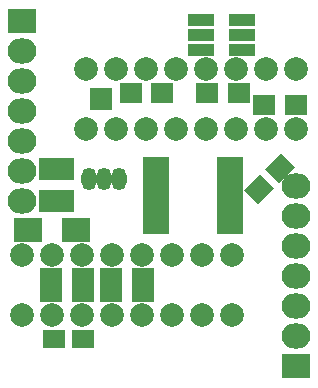
<source format=gbr>
G04 #@! TF.FileFunction,Soldermask,Bot*
%FSLAX46Y46*%
G04 Gerber Fmt 4.6, Leading zero omitted, Abs format (unit mm)*
G04 Created by KiCad (PCBNEW 4.0.0-stable) date 17.06.2016 16:47:32*
%MOMM*%
G01*
G04 APERTURE LIST*
%ADD10C,0.100000*%
%ADD11R,2.432000X2.127200*%
%ADD12O,2.432000X2.127200*%
%ADD13C,2.000000*%
%ADD14R,2.200000X0.800000*%
%ADD15R,1.900000X1.650000*%
%ADD16R,2.400000X2.000000*%
%ADD17R,1.900000X1.700000*%
%ADD18R,1.900000X1.050000*%
%ADD19R,1.050000X1.900000*%
%ADD20O,1.299160X1.901140*%
%ADD21R,2.200000X1.000000*%
%ADD22R,1.901140X1.901140*%
G04 APERTURE END LIST*
D10*
D11*
X124587000Y-102362000D03*
D12*
X124587000Y-99822000D03*
X124587000Y-97282000D03*
X124587000Y-94742000D03*
X124587000Y-92202000D03*
X124587000Y-89662000D03*
X124587000Y-87122000D03*
D13*
X122047000Y-82296000D03*
X122047000Y-77216000D03*
X119507000Y-82296000D03*
X119507000Y-77216000D03*
X124587000Y-77216000D03*
X124587000Y-82296000D03*
X116967000Y-77216000D03*
X116967000Y-82296000D03*
X114427000Y-77216000D03*
X111887000Y-77216000D03*
X109347000Y-77216000D03*
X106807000Y-77216000D03*
X114427000Y-82296000D03*
X111887000Y-82296000D03*
X109347000Y-82296000D03*
X106807000Y-82296000D03*
D14*
X112724000Y-90809000D03*
X112724000Y-90159000D03*
X112724000Y-89509000D03*
X112724000Y-88859000D03*
X112724000Y-88209000D03*
X112724000Y-87559000D03*
X112724000Y-86909000D03*
X112724000Y-86259000D03*
X112724000Y-85609000D03*
X112724000Y-84959000D03*
X118924000Y-84959000D03*
X118924000Y-85609000D03*
X118924000Y-86259000D03*
X118924000Y-86909000D03*
X118924000Y-87559000D03*
X118924000Y-88209000D03*
X118924000Y-88859000D03*
X118924000Y-89509000D03*
X118924000Y-90159000D03*
X118924000Y-90809000D03*
D13*
X103886000Y-92964000D03*
X103886000Y-98044000D03*
X106426000Y-92964000D03*
X106426000Y-98044000D03*
X101346000Y-98044000D03*
X101346000Y-92964000D03*
X108966000Y-98044000D03*
X108966000Y-92964000D03*
X111506000Y-98044000D03*
X114046000Y-98044000D03*
X116586000Y-98044000D03*
X119126000Y-98044000D03*
X111506000Y-92964000D03*
X114046000Y-92964000D03*
X116586000Y-92964000D03*
X119126000Y-92964000D03*
D15*
X106533000Y-100076000D03*
X104033000Y-100076000D03*
D16*
X105886000Y-90805000D03*
X101886000Y-90805000D03*
D10*
G36*
X123273271Y-84348002D02*
X124439998Y-85514729D01*
X123096495Y-86858232D01*
X121929768Y-85691505D01*
X123273271Y-84348002D01*
X123273271Y-84348002D01*
G37*
G36*
X121505505Y-86115768D02*
X122672232Y-87282495D01*
X121328729Y-88625998D01*
X120162002Y-87459271D01*
X121505505Y-86115768D01*
X121505505Y-86115768D01*
G37*
D17*
X121840000Y-80264000D03*
X124540000Y-80264000D03*
D18*
X106506000Y-94554000D03*
X106506000Y-95504000D03*
X106506000Y-96454000D03*
X103806000Y-96454000D03*
X103806000Y-94554000D03*
X103806000Y-95504000D03*
D19*
X103317000Y-85645000D03*
X104267000Y-85645000D03*
X105217000Y-85645000D03*
X105217000Y-88345000D03*
X103317000Y-88345000D03*
X104267000Y-88345000D03*
D18*
X111586000Y-94554000D03*
X111586000Y-95504000D03*
X111586000Y-96454000D03*
X108886000Y-96454000D03*
X108886000Y-94554000D03*
X108886000Y-95504000D03*
D11*
X101346000Y-73152000D03*
D12*
X101346000Y-75692000D03*
X101346000Y-78232000D03*
X101346000Y-80772000D03*
X101346000Y-83312000D03*
X101346000Y-85852000D03*
X101346000Y-88392000D03*
D17*
X119714000Y-79248000D03*
X117014000Y-79248000D03*
D20*
X108331000Y-86487000D03*
X107061000Y-86487000D03*
X109601000Y-86487000D03*
D21*
X116487000Y-75565000D03*
X116487000Y-74295000D03*
X116487000Y-73025000D03*
X119987000Y-73025000D03*
X119987000Y-74295000D03*
X119987000Y-75565000D03*
D17*
X113237000Y-79248000D03*
X110537000Y-79248000D03*
D22*
X108077000Y-79756000D03*
M02*

</source>
